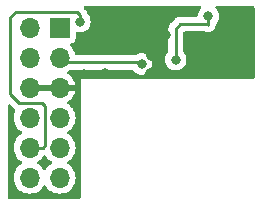
<source format=gbr>
%TF.GenerationSoftware,KiCad,Pcbnew,7.0.8*%
%TF.CreationDate,2024-05-05T13:27:43-04:00*%
%TF.ProjectId,n64amp,6e363461-6d70-42e6-9b69-6361645f7063,rev?*%
%TF.SameCoordinates,Original*%
%TF.FileFunction,Copper,L2,Bot*%
%TF.FilePolarity,Positive*%
%FSLAX46Y46*%
G04 Gerber Fmt 4.6, Leading zero omitted, Abs format (unit mm)*
G04 Created by KiCad (PCBNEW 7.0.8) date 2024-05-05 13:27:43*
%MOMM*%
%LPD*%
G01*
G04 APERTURE LIST*
%TA.AperFunction,ComponentPad*%
%ADD10R,1.700000X1.700000*%
%TD*%
%TA.AperFunction,ComponentPad*%
%ADD11O,1.700000X1.700000*%
%TD*%
%TA.AperFunction,ViaPad*%
%ADD12C,0.800000*%
%TD*%
%TA.AperFunction,Conductor*%
%ADD13C,0.250000*%
%TD*%
G04 APERTURE END LIST*
D10*
%TO.P,J1,1,Pin_1*%
%TO.N,R_OUT*%
X16426600Y-13944800D03*
D11*
%TO.P,J1,2,Pin_2*%
%TO.N,G_OUT*%
X13886600Y-13944800D03*
%TO.P,J1,3,Pin_3*%
%TO.N,CSYNC_OUT*%
X16426600Y-16484800D03*
%TO.P,J1,4,Pin_4*%
%TO.N,B_OUT*%
X13886600Y-16484800D03*
%TO.P,J1,5,Pin_5*%
%TO.N,GND*%
X16426600Y-19024800D03*
%TO.P,J1,6,Pin_6*%
X13886600Y-19024800D03*
%TO.P,J1,7,Pin_7*%
%TO.N,unconnected-(J1-Pin_7-Pad7)*%
X16426600Y-21564800D03*
%TO.P,J1,8,Pin_8*%
%TO.N,unconnected-(J1-Pin_8-Pad8)*%
X13886600Y-21564800D03*
%TO.P,J1,9,Pin_9*%
%TO.N,unconnected-(J1-Pin_9-Pad9)*%
X16426600Y-24104800D03*
%TO.P,J1,10,Pin_10*%
%TO.N,+5V*%
X13886600Y-24104800D03*
%TO.P,J1,11,Pin_11*%
%TO.N,unconnected-(J1-Pin_11-Pad11)*%
X16426600Y-26644800D03*
%TO.P,J1,12,Pin_12*%
%TO.N,unconnected-(J1-Pin_12-Pad12)*%
X13886600Y-26644800D03*
%TD*%
D12*
%TO.N,+5V*%
X18153800Y-13436800D03*
%TO.N,GND*%
X15105800Y-27965600D03*
X19296800Y-12674800D03*
X12565800Y-22885600D03*
X30226000Y-12598400D03*
X24044966Y-17746843D03*
X18509400Y-17831000D03*
X20236600Y-17780200D03*
X17696600Y-22834800D03*
X12464200Y-25425600D03*
X17747400Y-25374800D03*
X25418200Y-14554400D03*
X17645800Y-20421800D03*
X24173600Y-16307000D03*
X15207400Y-25374800D03*
%TO.N,CSYNC_TERM*%
X26263057Y-16649100D03*
X29015800Y-12992700D03*
%TO.N,CSYNC_OUT*%
X23360800Y-17018200D03*
%TD*%
D13*
%TO.N,+5V*%
X15207400Y-20548800D02*
X15207400Y-23901600D01*
X18153800Y-12878000D02*
X17874400Y-12598600D01*
X18153800Y-13436800D02*
X18153800Y-12878000D01*
X12972200Y-20294800D02*
X14953400Y-20294800D01*
X14953400Y-20294800D02*
X15207400Y-20548800D01*
X15004200Y-24104800D02*
X13886600Y-24104800D01*
X12692800Y-12598600D02*
X12210200Y-13081200D01*
X15207400Y-23901600D02*
X15004200Y-24104800D01*
X17874400Y-12598600D02*
X12692800Y-12598600D01*
X12210200Y-13081200D02*
X12210200Y-19532800D01*
X12210200Y-19532800D02*
X12972200Y-20294800D01*
%TO.N,GND*%
X19220600Y-12268400D02*
X19248000Y-12241000D01*
X19248000Y-12241000D02*
X23104800Y-12241000D01*
X23104800Y-12241000D02*
X25418200Y-14554400D01*
X16426600Y-19024800D02*
X13886600Y-19024800D01*
%TO.N,CSYNC_TERM*%
X29015800Y-12992700D02*
X29015800Y-13681600D01*
X28974000Y-13639800D02*
X26644600Y-13639800D01*
X26644600Y-13639800D02*
X26263057Y-14021343D01*
X29015800Y-13681600D02*
X28974000Y-13639800D01*
X26263057Y-14021343D02*
X26263057Y-16649100D01*
%TO.N,CSYNC_OUT*%
X16833000Y-16891200D02*
X16426600Y-16484800D01*
X23360800Y-17018200D02*
X23233800Y-16891200D01*
X23233800Y-16891200D02*
X16833000Y-16891200D01*
%TD*%
%TA.AperFunction,Conductor*%
%TO.N,GND*%
G36*
X32879216Y-12135987D02*
G01*
X32924972Y-12188790D01*
X32936178Y-12240303D01*
X32936178Y-18138300D01*
X32916493Y-18205339D01*
X32863689Y-18251094D01*
X32812178Y-18262300D01*
X18254838Y-18262300D01*
X18254632Y-18262259D01*
X18206831Y-18262259D01*
X18204721Y-18262678D01*
X18204600Y-18262800D01*
X18204600Y-28298300D01*
X18184915Y-28365339D01*
X18132111Y-28411094D01*
X18080600Y-28422300D01*
X12156978Y-28422300D01*
X12089939Y-28402615D01*
X12044184Y-28349811D01*
X12032978Y-28298300D01*
X12032978Y-20539530D01*
X12052663Y-20472491D01*
X12105467Y-20426736D01*
X12174625Y-20416792D01*
X12238181Y-20445817D01*
X12244659Y-20451849D01*
X12471394Y-20678584D01*
X12481219Y-20690848D01*
X12481440Y-20690666D01*
X12486410Y-20696673D01*
X12486413Y-20696676D01*
X12486414Y-20696677D01*
X12536851Y-20744041D01*
X12557730Y-20764920D01*
X12563204Y-20769166D01*
X12567642Y-20772956D01*
X12601618Y-20804862D01*
X12618720Y-20814264D01*
X12667982Y-20863808D01*
X12682638Y-20932124D01*
X12671362Y-20975328D01*
X12612699Y-21101130D01*
X12612694Y-21101144D01*
X12551538Y-21329386D01*
X12551536Y-21329396D01*
X12530941Y-21564799D01*
X12530941Y-21564800D01*
X12551536Y-21800203D01*
X12551538Y-21800213D01*
X12612694Y-22028455D01*
X12612696Y-22028459D01*
X12612697Y-22028463D01*
X12712565Y-22242630D01*
X12712567Y-22242634D01*
X12848101Y-22436195D01*
X12848106Y-22436202D01*
X13015197Y-22603293D01*
X13015203Y-22603298D01*
X13200758Y-22733225D01*
X13244383Y-22787802D01*
X13251577Y-22857300D01*
X13220054Y-22919655D01*
X13200758Y-22936375D01*
X13015197Y-23066305D01*
X12848105Y-23233397D01*
X12712565Y-23426969D01*
X12712564Y-23426971D01*
X12612698Y-23641135D01*
X12612694Y-23641144D01*
X12551538Y-23869386D01*
X12551536Y-23869396D01*
X12530941Y-24104799D01*
X12530941Y-24104800D01*
X12551536Y-24340203D01*
X12551538Y-24340213D01*
X12612694Y-24568455D01*
X12612696Y-24568459D01*
X12612697Y-24568463D01*
X12692603Y-24739822D01*
X12712565Y-24782630D01*
X12712567Y-24782634D01*
X12718174Y-24790641D01*
X12848101Y-24976196D01*
X12848106Y-24976202D01*
X13015197Y-25143293D01*
X13015203Y-25143298D01*
X13200758Y-25273225D01*
X13244383Y-25327802D01*
X13251577Y-25397300D01*
X13220054Y-25459655D01*
X13200758Y-25476375D01*
X13015197Y-25606305D01*
X12848105Y-25773397D01*
X12712565Y-25966969D01*
X12712564Y-25966971D01*
X12612698Y-26181135D01*
X12612694Y-26181144D01*
X12551538Y-26409386D01*
X12551536Y-26409396D01*
X12530941Y-26644799D01*
X12530941Y-26644800D01*
X12551536Y-26880203D01*
X12551538Y-26880213D01*
X12612694Y-27108455D01*
X12612696Y-27108459D01*
X12612697Y-27108463D01*
X12616600Y-27116832D01*
X12712565Y-27322630D01*
X12712567Y-27322634D01*
X12820881Y-27477321D01*
X12848105Y-27516201D01*
X13015199Y-27683295D01*
X13111984Y-27751065D01*
X13208765Y-27818832D01*
X13208767Y-27818833D01*
X13208770Y-27818835D01*
X13422937Y-27918703D01*
X13651192Y-27979863D01*
X13839518Y-27996339D01*
X13886599Y-28000459D01*
X13886600Y-28000459D01*
X13886601Y-28000459D01*
X13925834Y-27997026D01*
X14122008Y-27979863D01*
X14350263Y-27918703D01*
X14564430Y-27818835D01*
X14758001Y-27683295D01*
X14925095Y-27516201D01*
X15055025Y-27330642D01*
X15109602Y-27287017D01*
X15179100Y-27279823D01*
X15241455Y-27311346D01*
X15258175Y-27330642D01*
X15388100Y-27516195D01*
X15388105Y-27516201D01*
X15555199Y-27683295D01*
X15651984Y-27751065D01*
X15748765Y-27818832D01*
X15748767Y-27818833D01*
X15748770Y-27818835D01*
X15962937Y-27918703D01*
X16191192Y-27979863D01*
X16379518Y-27996339D01*
X16426599Y-28000459D01*
X16426600Y-28000459D01*
X16426601Y-28000459D01*
X16465834Y-27997026D01*
X16662008Y-27979863D01*
X16890263Y-27918703D01*
X17104430Y-27818835D01*
X17298001Y-27683295D01*
X17465095Y-27516201D01*
X17600635Y-27322630D01*
X17700503Y-27108463D01*
X17761663Y-26880208D01*
X17782259Y-26644800D01*
X17761663Y-26409392D01*
X17700503Y-26181137D01*
X17600635Y-25966971D01*
X17595025Y-25958958D01*
X17465094Y-25773397D01*
X17298002Y-25606306D01*
X17297996Y-25606301D01*
X17112442Y-25476375D01*
X17068817Y-25421798D01*
X17061623Y-25352300D01*
X17093146Y-25289945D01*
X17112442Y-25273225D01*
X17134626Y-25257691D01*
X17298001Y-25143295D01*
X17465095Y-24976201D01*
X17600635Y-24782630D01*
X17700503Y-24568463D01*
X17761663Y-24340208D01*
X17782259Y-24104800D01*
X17761663Y-23869392D01*
X17700503Y-23641137D01*
X17600635Y-23426971D01*
X17465095Y-23233399D01*
X17465094Y-23233397D01*
X17298002Y-23066306D01*
X17297996Y-23066301D01*
X17112442Y-22936375D01*
X17068817Y-22881798D01*
X17061623Y-22812300D01*
X17093146Y-22749945D01*
X17112442Y-22733225D01*
X17134626Y-22717691D01*
X17298001Y-22603295D01*
X17465095Y-22436201D01*
X17600635Y-22242630D01*
X17700503Y-22028463D01*
X17761663Y-21800208D01*
X17782259Y-21564800D01*
X17761663Y-21329392D01*
X17700503Y-21101137D01*
X17600635Y-20886971D01*
X17584417Y-20863808D01*
X17465094Y-20693397D01*
X17298002Y-20526306D01*
X17298001Y-20526305D01*
X17112005Y-20396069D01*
X17068381Y-20341492D01*
X17061188Y-20271993D01*
X17092710Y-20209639D01*
X17112005Y-20192919D01*
X17297682Y-20062905D01*
X17464705Y-19895882D01*
X17600200Y-19702378D01*
X17700029Y-19488292D01*
X17700032Y-19488286D01*
X17757236Y-19274800D01*
X16860286Y-19274800D01*
X16886093Y-19234644D01*
X16926600Y-19096689D01*
X16926600Y-18952911D01*
X16886093Y-18814956D01*
X16860286Y-18774800D01*
X17757236Y-18774800D01*
X17757235Y-18774799D01*
X17700032Y-18561313D01*
X17700029Y-18561307D01*
X17600200Y-18347222D01*
X17600199Y-18347220D01*
X17464713Y-18153726D01*
X17464708Y-18153720D01*
X17297678Y-17986690D01*
X17112005Y-17856679D01*
X17068380Y-17802102D01*
X17061188Y-17732604D01*
X17092710Y-17670249D01*
X17112006Y-17653530D01*
X17275394Y-17539125D01*
X17341600Y-17516798D01*
X17346517Y-17516700D01*
X22542701Y-17516700D01*
X22609740Y-17536385D01*
X22634851Y-17557728D01*
X22754929Y-17691088D01*
X22908065Y-17802348D01*
X22908070Y-17802351D01*
X23080992Y-17879342D01*
X23080997Y-17879344D01*
X23266154Y-17918700D01*
X23266155Y-17918700D01*
X23455444Y-17918700D01*
X23455446Y-17918700D01*
X23640603Y-17879344D01*
X23813530Y-17802351D01*
X23966671Y-17691088D01*
X24093333Y-17550416D01*
X24187979Y-17386484D01*
X24246474Y-17206456D01*
X24266260Y-17018200D01*
X24246474Y-16829944D01*
X24187979Y-16649916D01*
X24093333Y-16485984D01*
X23966671Y-16345312D01*
X23966670Y-16345311D01*
X23813534Y-16234051D01*
X23813529Y-16234048D01*
X23640607Y-16157057D01*
X23640602Y-16157055D01*
X23494801Y-16126065D01*
X23455446Y-16117700D01*
X23266154Y-16117700D01*
X23233697Y-16124598D01*
X23080997Y-16157055D01*
X23080992Y-16157057D01*
X22908070Y-16234048D01*
X22897102Y-16242018D01*
X22831296Y-16265498D01*
X22824216Y-16265700D01*
X17861182Y-16265700D01*
X17794143Y-16246015D01*
X17748388Y-16193211D01*
X17741407Y-16173793D01*
X17700505Y-16021144D01*
X17700504Y-16021143D01*
X17700503Y-16021137D01*
X17600635Y-15806971D01*
X17595024Y-15798958D01*
X17465096Y-15613400D01*
X17465093Y-15613397D01*
X17343167Y-15491471D01*
X17309684Y-15430151D01*
X17314668Y-15360459D01*
X17356539Y-15304525D01*
X17387515Y-15287610D01*
X17518931Y-15238596D01*
X17634146Y-15152346D01*
X17720396Y-15037131D01*
X17770691Y-14902283D01*
X17777100Y-14842673D01*
X17777099Y-14430472D01*
X17796783Y-14363435D01*
X17849587Y-14317680D01*
X17918746Y-14307736D01*
X17926864Y-14309181D01*
X18059154Y-14337300D01*
X18059155Y-14337300D01*
X18248444Y-14337300D01*
X18248446Y-14337300D01*
X18433603Y-14297944D01*
X18606530Y-14220951D01*
X18759671Y-14109688D01*
X18886333Y-13969016D01*
X18980979Y-13805084D01*
X19039474Y-13625056D01*
X19059260Y-13436800D01*
X19039474Y-13248544D01*
X18980979Y-13068516D01*
X18886333Y-12904584D01*
X18797521Y-12805949D01*
X18767292Y-12742959D01*
X18766653Y-12738541D01*
X18764464Y-12721208D01*
X18747307Y-12677875D01*
X18745419Y-12672359D01*
X18732419Y-12627612D01*
X18730532Y-12624422D01*
X18722218Y-12610363D01*
X18713660Y-12592894D01*
X18706286Y-12574268D01*
X18706283Y-12574264D01*
X18706283Y-12574263D01*
X18678898Y-12536571D01*
X18675690Y-12531687D01*
X18651972Y-12491582D01*
X18651963Y-12491571D01*
X18637805Y-12477413D01*
X18625170Y-12462620D01*
X18613393Y-12446412D01*
X18577493Y-12416713D01*
X18573181Y-12412790D01*
X18488510Y-12328119D01*
X18455025Y-12266796D01*
X18460009Y-12197104D01*
X18501881Y-12141171D01*
X18567345Y-12116754D01*
X18576186Y-12116438D01*
X28314623Y-12116345D01*
X28381660Y-12136029D01*
X28427416Y-12188832D01*
X28437360Y-12257991D01*
X28408336Y-12321547D01*
X28406772Y-12323317D01*
X28283266Y-12460485D01*
X28188621Y-12624415D01*
X28188618Y-12624422D01*
X28130127Y-12804440D01*
X28130126Y-12804444D01*
X28119739Y-12903263D01*
X28093157Y-12967876D01*
X28035859Y-13007861D01*
X27996420Y-13014300D01*
X26727337Y-13014300D01*
X26711720Y-13012576D01*
X26711693Y-13012862D01*
X26703931Y-13012127D01*
X26634803Y-13014300D01*
X26605250Y-13014300D01*
X26604529Y-13014390D01*
X26598357Y-13015169D01*
X26592545Y-13015626D01*
X26545978Y-13017090D01*
X26545967Y-13017092D01*
X26526734Y-13022679D01*
X26507694Y-13026622D01*
X26487817Y-13029134D01*
X26487810Y-13029135D01*
X26487808Y-13029136D01*
X26487806Y-13029136D01*
X26487805Y-13029137D01*
X26444468Y-13046294D01*
X26438942Y-13048186D01*
X26394211Y-13061182D01*
X26394208Y-13061183D01*
X26376963Y-13071381D01*
X26359501Y-13079935D01*
X26340872Y-13087311D01*
X26340867Y-13087313D01*
X26303164Y-13114706D01*
X26298282Y-13117912D01*
X26258180Y-13141628D01*
X26244008Y-13155800D01*
X26229223Y-13168428D01*
X26213012Y-13180207D01*
X26183309Y-13216110D01*
X26179377Y-13220431D01*
X25879265Y-13520542D01*
X25867008Y-13530363D01*
X25867191Y-13530584D01*
X25861180Y-13535556D01*
X25813829Y-13585979D01*
X25792946Y-13606862D01*
X25792934Y-13606875D01*
X25788678Y-13612360D01*
X25784894Y-13616790D01*
X25752994Y-13650761D01*
X25752993Y-13650763D01*
X25743341Y-13668319D01*
X25732667Y-13684569D01*
X25720386Y-13700404D01*
X25720381Y-13700411D01*
X25701872Y-13743181D01*
X25699302Y-13748427D01*
X25676860Y-13789249D01*
X25671879Y-13808650D01*
X25665578Y-13827053D01*
X25657619Y-13845445D01*
X25657618Y-13845448D01*
X25650328Y-13891470D01*
X25649144Y-13897189D01*
X25637558Y-13942315D01*
X25637557Y-13942325D01*
X25637557Y-13962359D01*
X25636030Y-13981758D01*
X25632897Y-14001537D01*
X25632897Y-14001538D01*
X25637282Y-14047926D01*
X25637557Y-14053764D01*
X25637557Y-15950412D01*
X25617872Y-16017451D01*
X25605707Y-16033384D01*
X25530523Y-16116884D01*
X25435878Y-16280815D01*
X25435875Y-16280822D01*
X25377384Y-16460840D01*
X25377383Y-16460844D01*
X25357597Y-16649100D01*
X25377383Y-16837356D01*
X25377384Y-16837359D01*
X25435875Y-17017377D01*
X25435878Y-17017384D01*
X25530524Y-17181316D01*
X25657186Y-17321988D01*
X25810322Y-17433248D01*
X25810327Y-17433251D01*
X25983249Y-17510242D01*
X25983254Y-17510244D01*
X26168411Y-17549600D01*
X26168412Y-17549600D01*
X26357701Y-17549600D01*
X26357703Y-17549600D01*
X26542860Y-17510244D01*
X26715787Y-17433251D01*
X26868928Y-17321988D01*
X26995590Y-17181316D01*
X27090236Y-17017384D01*
X27148731Y-16837356D01*
X27168517Y-16649100D01*
X27148731Y-16460844D01*
X27090236Y-16280816D01*
X26995590Y-16116884D01*
X26920407Y-16033384D01*
X26890177Y-15970392D01*
X26888557Y-15950412D01*
X26888557Y-14389300D01*
X26908242Y-14322261D01*
X26961046Y-14276506D01*
X27012557Y-14265300D01*
X28759438Y-14265300D01*
X28812230Y-14277099D01*
X28820974Y-14281214D01*
X28820979Y-14281214D01*
X28828396Y-14283625D01*
X28828307Y-14283898D01*
X28832330Y-14285136D01*
X28832411Y-14284860D01*
X28839899Y-14287035D01*
X28839904Y-14287037D01*
X28902084Y-14296885D01*
X28908234Y-14297859D01*
X28976204Y-14310826D01*
X28976208Y-14310826D01*
X28976212Y-14310827D01*
X28976215Y-14310826D01*
X28983995Y-14311316D01*
X28983976Y-14311604D01*
X28988183Y-14311802D01*
X28988193Y-14311515D01*
X28995992Y-14311760D01*
X28995994Y-14311759D01*
X28995996Y-14311760D01*
X29064873Y-14305249D01*
X29133938Y-14300904D01*
X29133942Y-14300902D01*
X29141604Y-14299441D01*
X29141658Y-14299725D01*
X29145782Y-14298871D01*
X29145719Y-14298588D01*
X29153320Y-14296888D01*
X29153333Y-14296887D01*
X29218438Y-14273447D01*
X29284241Y-14252067D01*
X29284243Y-14252065D01*
X29291309Y-14248741D01*
X29291432Y-14249003D01*
X29295208Y-14247153D01*
X29295077Y-14246895D01*
X29302024Y-14243355D01*
X29302028Y-14243354D01*
X29359278Y-14204446D01*
X29417677Y-14167386D01*
X29417679Y-14167383D01*
X29423682Y-14162418D01*
X29423867Y-14162641D01*
X29427074Y-14159902D01*
X29426884Y-14159686D01*
X29432736Y-14154526D01*
X29432738Y-14154524D01*
X29478502Y-14102613D01*
X29525862Y-14052182D01*
X29525863Y-14052179D01*
X29530445Y-14045873D01*
X29530679Y-14046043D01*
X29533104Y-14042592D01*
X29532865Y-14042430D01*
X29537247Y-14035981D01*
X29537250Y-14035978D01*
X29568656Y-13974338D01*
X29601997Y-13913692D01*
X29601998Y-13913687D01*
X29604871Y-13906434D01*
X29605139Y-13906540D01*
X29606627Y-13902601D01*
X29606355Y-13902503D01*
X29608996Y-13895166D01*
X29608997Y-13895165D01*
X29624083Y-13827671D01*
X29641300Y-13760619D01*
X29641300Y-13760612D01*
X29642278Y-13752876D01*
X29642561Y-13752911D01*
X29643024Y-13748724D01*
X29642738Y-13748697D01*
X29643471Y-13740936D01*
X29643472Y-13740933D01*
X29642014Y-13694552D01*
X29659583Y-13626931D01*
X29673799Y-13607692D01*
X29748333Y-13524916D01*
X29842979Y-13360984D01*
X29901474Y-13180956D01*
X29921260Y-12992700D01*
X29901474Y-12804444D01*
X29842979Y-12624416D01*
X29748333Y-12460484D01*
X29624814Y-12323303D01*
X29594585Y-12260313D01*
X29603210Y-12190978D01*
X29647951Y-12137312D01*
X29714604Y-12116354D01*
X29716926Y-12116332D01*
X32812177Y-12116303D01*
X32879216Y-12135987D01*
G37*
%TD.AperFunction*%
%TA.AperFunction,Conductor*%
G36*
X15241454Y-24771344D02*
G01*
X15258172Y-24790638D01*
X15388101Y-24976195D01*
X15388105Y-24976201D01*
X15555197Y-25143293D01*
X15555203Y-25143298D01*
X15740758Y-25273225D01*
X15784383Y-25327802D01*
X15791577Y-25397300D01*
X15760054Y-25459655D01*
X15740758Y-25476375D01*
X15555197Y-25606305D01*
X15388105Y-25773397D01*
X15258175Y-25958958D01*
X15203598Y-26002583D01*
X15134100Y-26009777D01*
X15071745Y-25978254D01*
X15055025Y-25958958D01*
X14925094Y-25773397D01*
X14758002Y-25606306D01*
X14757996Y-25606301D01*
X14572442Y-25476375D01*
X14528817Y-25421798D01*
X14521623Y-25352300D01*
X14553146Y-25289945D01*
X14572442Y-25273225D01*
X14594626Y-25257691D01*
X14758001Y-25143295D01*
X14925095Y-24976201D01*
X15055027Y-24790638D01*
X15109600Y-24747016D01*
X15179099Y-24739822D01*
X15241454Y-24771344D01*
G37*
%TD.AperFunction*%
%TA.AperFunction,Conductor*%
G36*
X15967107Y-18814956D02*
G01*
X15926600Y-18952911D01*
X15926600Y-19096689D01*
X15967107Y-19234644D01*
X15992914Y-19274800D01*
X14320286Y-19274800D01*
X14346093Y-19234644D01*
X14386600Y-19096689D01*
X14386600Y-18952911D01*
X14346093Y-18814956D01*
X14320286Y-18774800D01*
X15992914Y-18774800D01*
X15967107Y-18814956D01*
G37*
%TD.AperFunction*%
%TD*%
M02*

</source>
